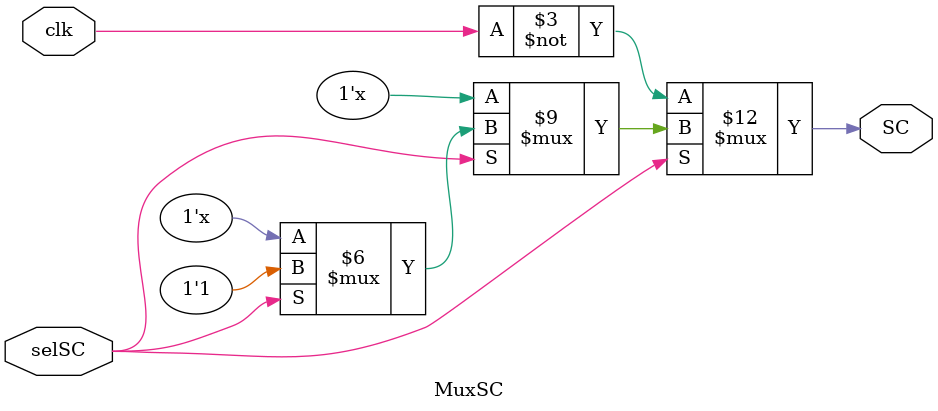
<source format=v>
module MuxSC(clk,selSC,SC);
  input clk;
  input selSC;       
  output SC;
  reg SC;   
 

 always @(*)
 begin 
 if(selSC==1'b0) 
  SC = ~clk;
 else if(selSC==1'b1) 
  SC = 1'b1;
 end
 endmodule




</source>
